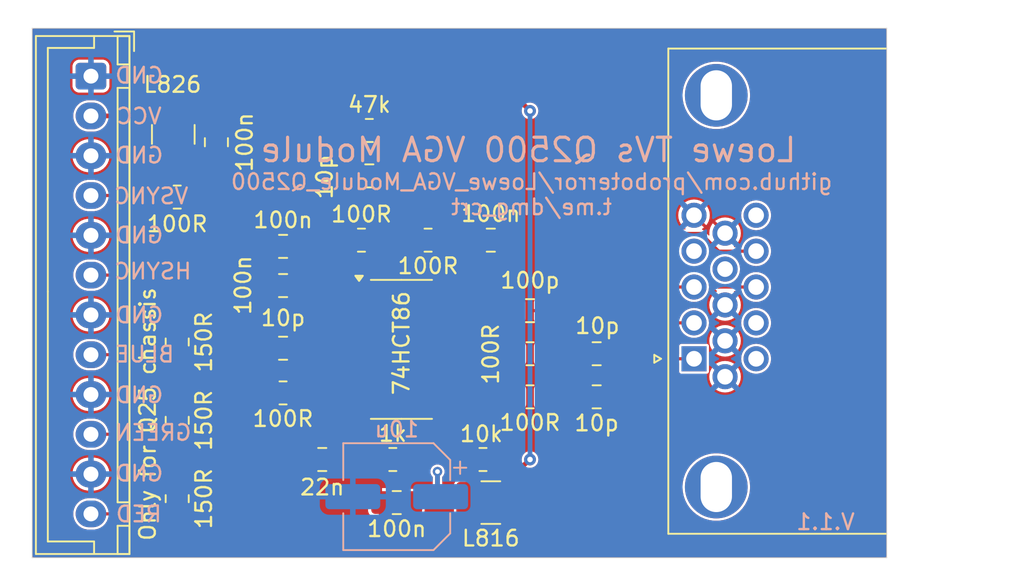
<source format=kicad_pcb>
(kicad_pcb (version 20240108) (generator "pcbnew") (generator_version "8.0")
  (layers (0 "F.Cu" signal) (31 "B.Cu" signal) (34 "B.Paste" user) (35 "F.Paste" user) (36 "B.SilkS" user "B.Silkscreen") (37 "F.SilkS" user "F.Silkscreen") (38 "B.Mask" user) (39 "F.Mask" user) (44 "Edge.Cuts" user))
  (net 0 "")
  (net 1 "GND")
  (net 2 "VCC")
  (net 3 "/HSYNC")
  (net 4 "Net-(C814-Pad1)")
  (net 5 "Net-(C816-Pad1)")
  (net 6 "Net-(C818-Pad2)")
  (net 7 "/VSYNC")
  (net 8 "Net-(C822-Pad1)")
  (net 9 "Net-(C826-Pad2)")
  (net 10 "Net-(C827-Pad2)")
  (net 11 "Net-(C828-Pad1)")
  (net 12 "Net-(R818-Pad1)")
  (net 13 "Net-(R819-Pad2)")
  (net 14 "Net-(W831-Pin_6)")
  (net 15 "Net-(R823-Pad2)")
  (net 16 "Net-(R828-Pad2)")
  (net 17 "Net-(W831-Pin_4)")
  (net 18 "Net-(R829-Pad1)")
  (net 19 "/BLUE")
  (net 20 "/GREEN")
  (net 21 "/RED")
  (footprint "Capacitor_SMD:C_0805_2012Metric_Pad1.18x1.45mm_HandSolder" (layer "F.Cu") (at 137.2531 108.5266 180)
    (property "Reference" "C814" (hide yes))
    (property "Value" "10p" (at 0 1.9266 180) (layer "F.SilkS"))
    (fp_line (start -0.261252 0.735) (end 0.261252 0.735) (stroke (width 0.12)) (layer "F.SilkS"))
    (fp_line (start -0.261252 -0.735) (end 0.261252 -0.735) (stroke (width 0.12)) (layer "F.SilkS"))
    (pad "1" smd roundrect (at -1.0375 0 180) (size 1.175 1.45) (layers "F.Cu" "F.Paste" "F.Mask") (roundrect_rratio 0.212766) (net 4 "Net-(C814-Pad1)"))
    (pad "2" smd roundrect (at 1.0375 0 180) (size 1.175 1.45) (layers "F.Cu" "F.Paste" "F.Mask") (roundrect_rratio 0.212766) (net 1 "GND"))
  )
  (footprint "Capacitor_SMD:C_0805_2012Metric_Pad1.18x1.45mm_HandSolder" (layer "F.Cu") (at 139.7511 115.6286)
    (property "Reference" "C818" (hide yes))
    (property "Value" "22n" (at 0 1.7714 0) (layer "F.SilkS"))
    (fp_line (start -0.261252 -0.735) (end 0.261252 -0.735) (stroke (width 0.12)) (layer "F.SilkS"))
    (fp_line (start -0.261252 0.735) (end 0.261252 0.735) (stroke (width 0.12)) (layer "F.SilkS"))
    (pad "1" smd roundrect (at -1.0375 0) (size 1.175 1.45) (layers "F.Cu" "F.Paste" "F.Mask") (roundrect_rratio 0.212766) (net 1 "GND"))
    (pad "2" smd roundrect (at 1.0375 0) (size 1.175 1.45) (layers "F.Cu" "F.Paste" "F.Mask") (roundrect_rratio 0.212766) (net 6 "Net-(C818-Pad2)"))
  )
  (footprint "Capacitor_SMD:C_0805_2012Metric_Pad1.18x1.45mm_HandSolder" (layer "F.Cu") (at 150.5011 101.6286 180)
    (property "Reference" "C811" (hide yes))
    (property "Value" "100n" (at 0 1.68 180) (layer "F.SilkS"))
    (fp_line (start -0.261252 0.735) (end 0.261252 0.735) (stroke (width 0.12)) (layer "F.SilkS"))
    (fp_line (start -0.261252 -0.735) (end 0.261252 -0.735) (stroke (width 0.12)) (layer "F.SilkS"))
    (pad "1" smd roundrect (at -1.0375 0 180) (size 1.175 1.45) (layers "F.Cu" "F.Paste" "F.Mask") (roundrect_rratio 0.212766) (net 1 "GND"))
    (pad "2" smd roundrect (at 1.0375 0 180) (size 1.175 1.45) (layers "F.Cu" "F.Paste" "F.Mask") (roundrect_rratio 0.212766) (net 2 "VCC"))
  )
  (footprint "Resistor_SMD:R_0805_2012Metric_Pad1.20x1.40mm_HandSolder" (layer "F.Cu") (at 146.5011 101.6286)
    (property "Reference" "R823" (hide yes))
    (property "Value" "100R" (at 0 1.65 0) (layer "F.SilkS"))
    (fp_line (start -0.227064 -0.735) (end 0.227064 -0.735) (stroke (width 0.12)) (layer "F.SilkS"))
    (fp_line (start -0.227064 0.735) (end 0.227064 0.735) (stroke (width 0.12)) (layer "F.SilkS"))
    (pad "1" smd roundrect (at -1 0) (size 1.2 1.4) (layers "F.Cu" "F.Paste" "F.Mask") (roundrect_rratio 0.208333) (net 9 "Net-(C826-Pad2)"))
    (pad "2" smd roundrect (at 1 0) (size 1.2 1.4) (layers "F.Cu" "F.Paste" "F.Mask") (roundrect_rratio 0.208333) (net 15 "Net-(R823-Pad2)"))
  )
  (footprint "Resistor_SMD:R_0805_2012Metric_Pad1.20x1.40mm_HandSolder" (layer "F.Cu") (at 130.5011 118.1286 -90)
    (property "Reference" "R838" (hide yes))
    (property "Value" "150R" (at 0 -1.6989 -90) (layer "F.SilkS"))
    (fp_line (start -0.227064 0.735) (end 0.227064 0.735) (stroke (width 0.12)) (layer "F.SilkS"))
    (fp_line (start -0.227064 -0.735) (end 0.227064 -0.735) (stroke (width 0.12)) (layer "F.SilkS"))
    (pad "1" smd roundrect (at -1 0 270) (size 1.2 1.4) (layers "F.Cu" "F.Paste" "F.Mask") (roundrect_rratio 0.208333) (net 1 "GND"))
    (pad "2" smd roundrect (at 1 0 270) (size 1.2 1.4) (layers "F.Cu" "F.Paste" "F.Mask") (roundrect_rratio 0.208333) (net 21 "/RED"))
  )
  (footprint "Resistor_SMD:R_0805_2012Metric_Pad1.20x1.40mm_HandSolder" (layer "F.Cu") (at 142.7511 94.6286 180)
    (property "Reference" "R827" (hide yes))
    (property "Value" "47k" (at 0 1.65 180) (layer "F.SilkS"))
    (fp_line (start -0.227064 0.735) (end 0.227064 0.735) (stroke (width 0.12)) (layer "F.SilkS"))
    (fp_line (start -0.227064 -0.735) (end 0.227064 -0.735) (stroke (width 0.12)) (layer "F.SilkS"))
    (pad "1" smd roundrect (at -1 0 180) (size 1.2 1.4) (layers "F.Cu" "F.Paste" "F.Mask") (roundrect_rratio 0.208333) (net 10 "Net-(C827-Pad2)"))
    (pad "2" smd roundrect (at 1 0 180) (size 1.2 1.4) (layers "F.Cu" "F.Paste" "F.Mask") (roundrect_rratio 0.208333) (net 11 "Net-(C828-Pad1)"))
  )
  (footprint "Inductor_SMD:L_1210_3225Metric_Pad1.42x2.65mm_HandSolder" (layer "F.Cu") (at 130.2511 94.8786 -90)
    (property "Reference" "L826" (at -3.1786 0.0511 0) (layer "F.SilkS"))
    (property "Value" "4u7")
    (fp_line (start -0.602064 1.36) (end 0.602064 1.36) (stroke (width 0.12)) (layer "F.SilkS"))
    (fp_line (start -0.602064 -1.36) (end 0.602064 -1.36) (stroke (width 0.12)) (layer "F.SilkS"))
    (pad "1" smd roundrect (at -1.4875 0 270) (size 1.425 2.65) (layers "F.Cu" "F.Paste" "F.Mask") (roundrect_rratio 0.175439) (net 2 "VCC"))
    (pad "2" smd roundrect (at 1.4875 0 270) (size 1.425 2.65) (layers "F.Cu" "F.Paste" "F.Mask") (roundrect_rratio 0.175439) (net 9 "Net-(C826-Pad2)"))
  )
  (footprint "Resistor_SMD:R_0805_2012Metric_Pad1.20x1.40mm_HandSolder" (layer "F.Cu") (at 137.2511 111.3786)
    (property "Reference" "R819" (hide yes))
    (property "Value" "100R" (at 0 1.65 0) (layer "F.SilkS"))
    (fp_line (start -0.227064 -0.735) (end 0.227064 -0.735) (stroke (width 0.12)) (layer "F.SilkS"))
    (fp_line (start -0.227064 0.735) (end 0.227064 0.735) (stroke (width 0.12)) (layer "F.SilkS"))
    (pad "1" smd roundrect (at -1 0) (size 1.2 1.4) (layers "F.Cu" "F.Paste" "F.Mask") (roundrect_rratio 0.208333) (net 14 "Net-(W831-Pin_6)"))
    (pad "2" smd roundrect (at 1 0) (size 1.2 1.4) (layers "F.Cu" "F.Paste" "F.Mask") (roundrect_rratio 0.208333) (net 13 "Net-(R819-Pad2)"))
  )
  (footprint "Capacitor_SMD:C_0805_2012Metric_Pad1.18x1.45mm_HandSolder" (layer "F.Cu") (at 137.2531 104.5266 180)
    (property "Reference" "C829" (hide yes))
    (property "Value" "100n" (at 2.5531 0.0266 -90) (layer "F.SilkS"))
    (fp_line (start -0.261252 0.735) (end 0.261252 0.735) (stroke (width 0.12)) (layer "F.SilkS"))
    (fp_line (start -0.261252 -0.735) (end 0.261252 -0.735) (stroke (width 0.12)) (layer "F.SilkS"))
    (pad "1" smd roundrect (at -1.0375 0 180) (size 1.175 1.45) (layers "F.Cu" "F.Paste" "F.Mask") (roundrect_rratio 0.212766) (net 11 "Net-(C828-Pad1)"))
    (pad "2" smd roundrect (at 1.0375 0 180) (size 1.175 1.45) (layers "F.Cu" "F.Paste" "F.Mask") (roundrect_rratio 0.212766) (net 1 "GND"))
  )
  (footprint "Capacitor_SMD:C_0805_2012Metric_Pad1.18x1.45mm_HandSolder" (layer "F.Cu") (at 157.2511 108.8786)
    (property "Reference" "C821" (hide yes))
    (property "Value" "10p" (at 0.0489 -1.7786 0) (layer "F.SilkS"))
    (fp_line (start -0.261252 -0.735) (end 0.261252 -0.735) (stroke (width 0.12)) (layer "F.SilkS"))
    (fp_line (start -0.261252 0.735) (end 0.261252 0.735) (stroke (width 0.12)) (layer "F.SilkS"))
    (pad "1" smd roundrect (at -1.0375 0) (size 1.175 1.45) (layers "F.Cu" "F.Paste" "F.Mask") (roundrect_rratio 0.212766) (net 7 "/VSYNC"))
    (pad "2" smd roundrect (at 1.0375 0) (size 1.175 1.45) (layers "F.Cu" "F.Paste" "F.Mask") (roundrect_rratio 0.212766) (net 1 "GND"))
  )
  (footprint "Capacitor_SMD:C_0805_2012Metric_Pad1.18x1.45mm_HandSolder" (layer "F.Cu") (at 144.5011 118.3786)
    (property "Reference" "C817" (hide yes))
    (property "Value" "100n" (at 0 1.68 0) (layer "F.SilkS"))
    (fp_line (start -0.261252 -0.735) (end 0.261252 -0.735) (stroke (width 0.12)) (layer "F.SilkS"))
    (fp_line (start -0.261252 0.735) (end 0.261252 0.735) (stroke (width 0.12)) (layer "F.SilkS"))
    (pad "1" smd roundrect (at -1.0375 0) (size 1.175 1.45) (layers "F.Cu" "F.Paste" "F.Mask") (roundrect_rratio 0.212766) (net 1 "GND"))
    (pad "2" smd roundrect (at 1.0375 0) (size 1.175 1.45) (layers "F.Cu" "F.Paste" "F.Mask") (roundrect_rratio 0.212766) (net 5 "Net-(C816-Pad1)"))
  )
  (footprint "Capacitor_SMD:C_0805_2012Metric_Pad1.18x1.45mm_HandSolder" (layer "F.Cu") (at 142.7531 97.5266)
    (property "Reference" "C827" (hide yes))
    (property "Value" "10p" (at -2.8531 0.0734 90) (layer "F.SilkS"))
    (fp_line (start -0.261252 -0.735) (end 0.261252 -0.735) (stroke (width 0.12)) (layer "F.SilkS"))
    (fp_line (start -0.261252 0.735) (end 0.261252 0.735) (stroke (width 0.12)) (layer "F.SilkS"))
    (pad "1" smd roundrect (at -1.0375 0) (size 1.175 1.45) (layers "F.Cu" "F.Paste" "F.Mask") (roundrect_rratio 0.212766) (net 1 "GND"))
    (pad "2" smd roundrect (at 1.0375 0) (size 1.175 1.45) (layers "F.Cu" "F.Paste" "F.Mask") (roundrect_rratio 0.212766) (net 10 "Net-(C827-Pad2)"))
  )
  (footprint "Resistor_SMD:R_0805_2012Metric_Pad1.20x1.40mm_HandSolder" (layer "F.Cu") (at 130.5011 98.8786 180)
    (property "Reference" "R829" (hide yes))
    (property "Value" "100R" (at 0.0011 -1.7214 180) (layer "F.SilkS"))
    (fp_line (start -0.227064 0.735) (end 0.227064 0.735) (stroke (width 0.12)) (layer "F.SilkS"))
    (fp_line (start -0.227064 -0.735) (end 0.227064 -0.735) (stroke (width 0.12)) (layer "F.SilkS"))
    (pad "1" smd roundrect (at -1 0 180) (size 1.2 1.4) (layers "F.Cu" "F.Paste" "F.Mask") (roundrect_rratio 0.208333) (net 18 "Net-(R829-Pad1)"))
    (pad "2" smd roundrect (at 1 0 180) (size 1.2 1.4) (layers "F.Cu" "F.Paste" "F.Mask") (roundrect_rratio 0.208333) (net 17 "Net-(W831-Pin_4)"))
  )
  (footprint "Resistor_SMD:R_0805_2012Metric_Pad1.20x1.40mm_HandSolder" (layer "F.Cu") (at 130.5011 108.1286 -90)
    (property "Reference" "R836" (hide yes))
    (property "Value" "150R" (at 0 -1.6989 -90) (layer "F.SilkS"))
    (fp_line (start -0.227064 0.735) (end 0.227064 0.735) (stroke (width 0.12)) (layer "F.SilkS"))
    (fp_line (start -0.227064 -0.735) (end 0.227064 -0.735) (stroke (width 0.12)) (layer "F.SilkS"))
    (pad "1" smd roundrect (at -1 0 270) (size 1.2 1.4) (layers "F.Cu" "F.Paste" "F.Mask") (roundrect_rratio 0.208333) (net 1 "GND"))
    (pad "2" smd roundrect (at 1 0 270) (size 1.2 1.4) (layers "F.Cu" "F.Paste" "F.Mask") (roundrect_rratio 0.208333) (net 19 "/BLUE"))
  )
  (footprint "Capacitor_SMD:C_0805_2012Metric_Pad1.18x1.45mm_HandSolder" (layer "F.Cu") (at 137.2531 102.0266 180)
    (property "Reference" "C828" (hide yes))
    (property "Value" "100n" (at 0 1.68 180) (layer "F.SilkS"))
    (fp_line (start -0.261252 0.735) (end 0.261252 0.735) (stroke (width 0.12)) (layer "F.SilkS"))
    (fp_line (start -0.261252 -0.735) (end 0.261252 -0.735) (stroke (width 0.12)) (layer "F.SilkS"))
    (pad "1" smd roundrect (at -1.0375 0 180) (size 1.175 1.45) (layers "F.Cu" "F.Paste" "F.Mask") (roundrect_rratio 0.212766) (net 11 "Net-(C828-Pad1)"))
    (pad "2" smd roundrect (at 1.0375 0 180) (size 1.175 1.45) (layers "F.Cu" "F.Paste" "F.Mask") (roundrect_rratio 0.212766) (net 1 "GND"))
  )
  (footprint "Resistor_SMD:R_0805_2012Metric_Pad1.20x1.40mm_HandSolder" (layer "F.Cu") (at 142.2511 101.6286 180)
    (property "Reference" "R828" (hide yes))
    (property "Value" "100R" (at 0 1.65 180) (layer "F.SilkS"))
    (fp_line (start -0.227064 0.735) (end 0.227064 0.735) (stroke (width 0.12)) (layer "F.SilkS"))
    (fp_line (start -0.227064 -0.735) (end 0.227064 -0.735) (stroke (width 0.12)) (layer "F.SilkS"))
    (pad "1" smd roundrect (at -1 0 180) (size 1.2 1.4) (layers "F.Cu" "F.Paste" "F.Mask") (roundrect_rratio 0.208333) (net 10 "Net-(C827-Pad2)"))
    (pad "2" smd roundrect (at 1 0 180) (size 1.2 1.4) (layers "F.Cu" "F.Paste" "F.Mask") (roundrect_rratio 0.208333) (net 16 "Net-(R828-Pad2)"))
  )
  (footprint "Resistor_SMD:R_0805_2012Metric_Pad1.20x1.40mm_HandSolder" (layer "F.Cu") (at 144.2511 115.6286 180)
    (property "Reference" "R818" (hide yes))
    (property "Value" "1k" (at 0 1.65 180) (layer "F.SilkS"))
    (fp_line (start -0.227064 0.735) (end 0.227064 0.735) (stroke (width 0.12)) (layer "F.SilkS"))
    (fp_line (start -0.227064 -0.735) (end 0.227064 -0.735) (stroke (width 0.12)) (layer "F.SilkS"))
    (pad "1" smd roundrect (at -1 0 180) (size 1.2 1.4) (layers "F.Cu" "F.Paste" "F.Mask") (roundrect_rratio 0.208333) (net 12 "Net-(R818-Pad1)"))
    (pad "2" smd roundrect (at 1 0 180) (size 1.2 1.4) (layers "F.Cu" "F.Paste" "F.Mask") (roundrect_rratio 0.208333) (net 6 "Net-(C818-Pad2)"))
  )
  (footprint "Inductor_SMD:L_1210_3225Metric_Pad1.42x2.65mm_HandSolder" (layer "F.Cu") (at 150.5011 118.3786 180)
    (property "Reference" "L816" (at 0 -2.28 180) (layer "F.SilkS"))
    (property "Value" "4u7")
    (fp_line (start -0.602064 1.36) (end 0.602064 1.36) (stroke (width 0.12)) (layer "F.SilkS"))
    (fp_line (start -0.602064 -1.36) (end 0.602064 -1.36) (stroke (width 0.12)) (layer "F.SilkS"))
    (pad "1" smd roundrect (at -1.4875 0 180) (size 1.425 2.65) (layers "F.Cu" "F.Paste" "F.Mask") (roundrect_rratio 0.175439) (net 2 "VCC"))
    (pad "2" smd roundrect (at 1.4875 0 180) (size 1.425 2.65) (layers "F.Cu" "F.Paste" "F.Mask") (roundrect_rratio 0.175439) (net 5 "Net-(C816-Pad1)"))
  )
  (footprint "Capacitor_SMD:C_0805_2012Metric_Pad1.18x1.45mm_HandSolder" (layer "F.Cu") (at 133.0011 95.3786 -90)
    (property "Reference" "C826" (hide yes))
    (property "Value" "100n" (at 0 -1.7989 -90) (layer "F.SilkS"))
    (fp_line (start -0.261252 0.735) (end 0.261252 0.735) (stroke (width 0.12)) (layer "F.SilkS"))
    (fp_line (start -0.261252 -0.735) (end 0.261252 -0.735) (stroke (width 0.12)) (layer "F.SilkS"))
    (pad "1" smd roundrect (at -1.0375 0 270) (size 1.175 1.45) (layers "F.Cu" "F.Paste" "F.Mask") (roundrect_rratio 0.212766) (net 1 "GND"))
    (pad "2" smd roundrect (at 1.0375 0 270) (size 1.175 1.45) (layers "F.Cu" "F.Paste" "F.Mask") (roundrect_rratio 0.212766) (net 9 "Net-(C826-Pad2)"))
  )
  (footprint "Connector_Dsub:DSUB-15-HD_Male_Horizontal_P2.29x1.98mm_EdgePinOffset8.35mm_Housed_MountingHolesOffset10.89mm" (layer "F.Cu") (at 163.459669 109.2 90)
    (property "Reference" "W801" (hide yes))
    (property "Value" "VGA DSUB-15")
    (fp_line (start 0.25 -2.534338) (end 0 -2.101325) (stroke (width 0.12)) (layer "F.SilkS"))
    (fp_line (start -0.25 -2.534338) (end 0.25 -2.534338) (stroke (width 0.12)) (layer "F.SilkS"))
    (fp_line (start 0 -2.101325) (end -0.25 -2.534338) (stroke (width 0.12)) (layer "F.SilkS"))
    (fp_line (start 19.8 -1.64) (end 19.8 12.25) (stroke (width 0.12)) (layer "F.SilkS"))
    (fp_line (start -11.17 -1.64) (end 19.8 -1.64) (stroke (width 0.12)) (layer "F.SilkS"))
    (fp_line (start -11.17 12.25) (end -11.17 -1.64) (stroke (width 0.12)) (layer "F.SilkS"))
    (pad "0" thru_hole circle (at -8.185 1.42 90) (size 4 4) (drill oval 3.2 2) (layers "*.Cu" "*.Mask"))
    (pad "0" thru_hole circle (at 16.815 1.42 90) (size 4 4) (drill oval 3.2 2) (layers "*.Cu" "*.Mask"))
    (pad "1" thru_hole rect (at 0 0 90) (size 1.6 1.6) (drill 1) (layers "*.Cu" "*.Mask") (net 21 "/RED"))
    (pad "2" thru_hole circle (at 2.29 0 90) (size 1.6 1.6) (drill 1) (layers "*.Cu" "*.Mask") (net 20 "/GREEN"))
    (pad "3" thru_hole circle (at 4.58 0 90) (size 1.6 1.6) (drill 1) (layers "*.Cu" "*.Mask") (net 19 "/BLUE"))
    (pad "4" thru_hole circle (at 6.87 0 90) (size 1.6 1.6) (drill 1) (layers "*.Cu" "*.Mask"))
    (pad "5" thru_hole circle (at 9.16 0 90) (size 1.6 1.6) (drill 1) (layers "*.Cu" "*.Mask") (net 1 "GND"))
    (pad "6" thru_hole circle (at -1.145 1.98 90) (size 1.6 1.6) (drill 1) (layers "*.Cu" "*.Mask") (net 1 "GND"))
    (pad "7" thru_hole circle (at 1.145 1.98 90) (size 1.6 1.6) (drill 1) (layers "*.Cu" "*.Mask") (net 1 "GND"))
    (pad "8" thru_hole circle (at 3.435 1.98 90) (size 1.6 1.6) (drill 1) (layers "*.Cu" "*.Mask") (net 1 "GND"))
    (pad "9" thru_hole circle (at 5.725 1.98 90) (size 1.6 1.6) (drill 1) (layers "*.Cu" "*.Mask"))
    (pad "10" thru_hole circle (at 8.015 1.98 90) (size 1.6 1.6) (drill 1) (layers "*.Cu" "*.Mask") (net 1 "GND"))
    (pad "11" thru_hole circle (at 0 3.96 90) (size 1.6 1.6) (drill 1) (layers "*.Cu" "*.Mask"))
    (pad "12" thru_hole circle (at 2.29 3.96 90) (size 1.6 1.6) (drill 1) (layers "*.Cu" "*.Mask"))
    (pad "13" thru_hole circle (at 4.58 3.96 90) (size 1.6 1.6) (drill 1) (layers "*.Cu" "*.Mask") (net 3 "/HSYNC"))
    (pad "14" thru_hole circle (at 6.87 3.96 90) (size 1.6 1.6) (drill 1) (layers "*.Cu" "*.Mask") (net 7 "/VSYNC"))
    (pad "15" thru_hole circle (at 9.16 3.96 90) (size 1.6 1.6) (drill 1) (layers "*.Cu" "*.Mask"))
  )
  (footprint "JST_XH_S10B_2.54mm:JST_XH_B12B-XH-A_1x12_P2.54mm_Vertical" (layer "F.Cu") (at 125 91.16 -90)
    (property "Reference" "W831" (hide yes))
    (property "Value" "TV")
    (fp_line (start -2.56 3.51) (end 30.5 3.51) (stroke (width 0.12)) (layer "F.SilkS"))
    (fp_line (start 30.5 3.51) (end 30.5 -2.46) (stroke (width 0.12)) (layer "F.SilkS"))
    (fp_line (start -1.8 2.75) (end 13.75 2.75) (stroke (width 0.12)) (layer "F.SilkS"))
    (fp_line (start 29.7 2.75) (end 13.75 2.75) (stroke (width 0.12)) (layer "F.SilkS"))
    (fp_line (start -2.55 -0.2) (end -1.8 -0.2) (stroke (width 0.12)) (layer "F.SilkS"))
    (fp_line (start -1.8 -0.2) (end -1.8 2.75) (stroke (width 0.12)) (layer "F.SilkS"))
    (fp_line (start 29.7 -0.2) (end 29.7 2.75) (stroke (width 0.12)) (layer "F.SilkS"))
    (fp_line (start 30.45 -0.2) (end 29.7 -0.2) (stroke (width 0.12)) (layer "F.SilkS"))
    (fp_line (start -2.55 -1.7) (end -0.75 -1.7) (stroke (width 0.12)) (layer "F.SilkS"))
    (fp_line (start -0.75 -1.7) (end -0.75 -2.45) (stroke (width 0.12)) (layer "F.SilkS"))
    (fp_line (start 0.75 -1.7) (end 27.2 -1.7) (stroke (width 0.12)) (layer "F.SilkS"))
    (fp_line (start 27.2 -1.7) (end 27.2 -2.45) (stroke (width 0.12)) (layer "F.SilkS"))
    (fp_line (start 28.7 -1.7) (end 30.5 -1.7) (stroke (width 0.12)) (layer "F.SilkS"))
    (fp_line (start 30.5 -1.7) (end 30.5 -2.45) (stroke (width 0.12)) (layer "F.SilkS"))
    (fp_line (start -2.55 -2.45) (end -2.55 -1.7) (stroke (width 0.12)) (layer "F.SilkS"))
    (fp_line (start -0.75 -2.45) (end -2.55 -2.45) (stroke (width 0.12)) (layer "F.SilkS"))
    (fp_line (start 0.75 -2.45) (end 0.75 -1.7) (stroke (width 0.12)) (layer "F.SilkS"))
    (fp_line (start 27.2 -2.45) (end 0.75 -2.45) (stroke (width 0.12)) (layer "F.SilkS"))
    (fp_line (start 28.7 -2.45) (end 28.7 -1.7) (stroke (width 0.12)) (layer "F.SilkS"))
    (fp_line (start 30.5 -2.45) (end 28.7 -2.45) (stroke (width 0.12)) (layer "F.SilkS"))
    (fp_line (start -2.56 -2.46) (end -2.56 3.51) (stroke (width 0.12)) (layer "F.SilkS"))
    (fp_line (start 30.5 -2.46) (end -2.56 -2.46) (stroke (width 0.12)) (layer "F.SilkS"))
    (fp_line (start -2.85 -2.75) (end -2.85 -1.5) (stroke (width 0.12)) (layer "F.SilkS"))
    (fp_line (start -1.6 -2.75) (end -2.85 -2.75) (stroke (width 0.12)) (layer "F.SilkS"))
    (pad "1" thru_hole roundrect (at 0 0 270) (size 1.7 1.95) (drill 0.95) (layers "*.Cu" "*.Mask") (roundrect_rratio 0.147059) (net 1 "GND"))
    (pad "2" thru_hole oval (at 2.54 0 270) (size 1.7 1.95) (drill 0.95) (layers "*.Cu" "*.Mask") (net 2 "VCC"))
    (pad "3" thru_hole oval (at 5.08 0 270) (size 1.7 1.95) (drill 0.95) (layers "*.Cu" "*.Mask") (net 1 "GND"))
    (pad "4" thru_hole oval (at 7.62 0 270) (size 1.7 1.95) (drill 0.95) (layers "*.Cu" "*.Mask") (net 17 "Net-(W831-Pin_4)"))
    (pad "5" thru_hole oval (at 10.16 0 270) (size 1.7 1.95) (drill 0.95) (layers "*.Cu" "*.Mask") (net 1 "GND"))
    (pad "6" thru_hole oval (at 12.7 0 270) (size 1.7 1.95) (drill 0.95) (layers "*.Cu" "*.Mask") (net 14 "Net-(W831-Pin_6)"))
    (pad "7" thru_hole oval (at 15.24 0 270) (size 1.7 1.95) (drill 0.95) (layers "*.Cu" "*.Mask") (net 1 "GND"))
    (pad "8" thru_hole oval (at 17.78 0 270) (size 1.7 1.95) (drill 0.95) (layers "*.Cu" "*.Mask") (net 19 "/BLUE"))
    (pad "9" thru_hole oval (at 20.32 0 270) (size 1.7 1.95) (drill 0.95) (layers "*.Cu" "*.Mask") (net 1 "GND"))
    (pad "10" thru_hole oval (at 22.86 0 270) (size 1.7 1.95) (drill 0.95) (layers "*.Cu" "*.Mask") (net 20 "/GREEN"))
    (pad "11" thru_hole oval (at 25.4 0 270) (size 1.7 1.95) (drill 0.95) (layers "*.Cu" "*.Mask") (net 1 "GND"))
    (pad "12" thru_hole oval (at 27.94 0 270) (size 1.7 1.95) (drill 0.95) (layers "*.Cu" "*.Mask") (net 21 "/RED"))
  )
  (footprint "Package_SO:SO-14_3.9x8.65mm_P1.27mm" (layer "F.Cu") (at 144.8 108.6)
    (property "Reference" "U1" (hide yes))
    (property "Value" "74HCT86" (at 0 -0.4 90) (layer "F.SilkS"))
    (fp_line (start 0 -4.435) (end -1.95 -4.435) (stroke (width 0.12)) (layer "F.SilkS"))
    (fp_line (start 0 -4.435) (end 1.95 -4.435) (stroke (width 0.12)) (layer "F.SilkS"))
    (fp_line (start 0 4.435) (end -1.95 4.435) (stroke (width 0.12)) (layer "F.SilkS"))
    (fp_line (start 0 4.435) (end 1.95 4.435) (stroke (width 0.12)) (layer "F.SilkS"))
    (fp_poly (pts (xy -2.7 -4.37) (xy -2.94 -4.7) (xy -2.46 -4.7) (xy -2.7 -4.37)) (stroke (width 0.12)) (fill solid) (layer "F.SilkS"))
    (pad "1" smd roundrect (at -2.475 -3.81) (size 1.95 0.6) (layers "F.Cu" "F.Paste" "F.Mask") (net 11 "Net-(C828-Pad1)"))
    (pad "2" smd roundrect (at -2.475 -2.54) (size 1.95 0.6) (layers "F.Cu" "F.Paste" "F.Mask") (net 16 "Net-(R828-Pad2)"))
    (pad "3" smd roundrect (at -2.475 -1.27) (size 1.95 0.6) (layers "F.Cu" "F.Paste" "F.Mask") (net 18 "Net-(R829-Pad1)"))
    (pad "4" smd roundrect (at -2.475 0) (size 1.95 0.6) (layers "F.Cu" "F.Paste" "F.Mask") (net 4 "Net-(C814-Pad1)"))
    (pad "5" smd roundrect (at -2.475 1.27) (size 1.95 0.6) (layers "F.Cu" "F.Paste" "F.Mask") (net 6 "Net-(C818-Pad2)"))
    (pad "6" smd roundrect (at -2.475 2.54) (size 1.95 0.6) (layers "F.Cu" "F.Paste" "F.Mask") (net 13 "Net-(R819-Pad2)"))
    (pad "7" smd roundrect (at -2.475 3.81) (size 1.95 0.6) (layers "F.Cu" "F.Paste" "F.Mask") (net 1 "GND"))
    (pad "8" smd roundrect (at 2.475 3.81) (size 1.95 0.6) (layers "F.Cu" "F.Paste" "F.Mask") (net 12 "Net-(R818-Pad1)"))
    (pad "9" smd roundrect (at 2.475 2.54) (size 1.95 0.6) (layers "F.Cu" "F.Paste" "F.Mask") (net 5 "Net-(C816-Pad1)"))
    (pad "10" smd roundrect (at 2.475 1.27) (size 1.95 0.6) (layers "F.Cu" "F.Paste" "F.Mask") (net 4 "Net-(C814-Pad1)"))
    (pad "11" smd roundrect (at 2.475 0) (size 1.95 0.6) (layers "F.Cu" "F.Paste" "F.Mask") (net 10 "Net-(C827-Pad2)"))
    (pad "12" smd roundrect (at 2.475 -1.27) (size 1.95 0.6) (layers "F.Cu" "F.Paste" "F.Mask") (net 8 "Net-(C822-Pad1)"))
    (pad "13" smd roundrect (at 2.475 -2.54) (size 1.95 0.6) (layers "F.Cu" "F.Paste" "F.Mask") (net 15 "Net-(R823-Pad2)"))
    (pad "14" smd roundrect (at 2.475 -3.81) (size 1.95 0.6) (layers "F.Cu" "F.Paste" "F.Mask") (net 2 "VCC"))
  )
  (footprint "Capacitor_SMD:C_0805_2012Metric_Pad1.18x1.45mm_HandSolder" (layer "F.Cu") (at 153.0011 106.1286)
    (property "Reference" "C822" (hide yes))
    (property "Value" "100p" (at 0 -1.9286 0) (layer "F.SilkS"))
    (fp_line (start -0.261252 -0.735) (end 0.261252 -0.735) (stroke (width 0.12)) (layer "F.SilkS"))
    (fp_line (start -0.261252 0.735) (end 0.261252 0.735) (stroke (width 0.12)) (layer "F.SilkS"))
    (pad "1" smd roundrect (at -1.0375 0) (size 1.175 1.45) (layers "F.Cu" "F.Paste" "F.Mask") (roundrect_rratio 0.212766) (net 8 "Net-(C822-Pad1)"))
    (pad "2" smd roundrect (at 1.0375 0) (size 1.175 1.45) (layers "F.Cu" "F.Paste" "F.Mask") (roundrect_rratio 0.212766) (net 1 "GND"))
  )
  (footprint "Capacitor_SMD:C_0805_2012Metric_Pad1.18x1.45mm_HandSolder" (layer "F.Cu") (at 157.2511 111.6286)
    (property "Reference" "C813" (hide yes))
    (property "Value" "10p" (at 0 1.68 0) (layer "F.SilkS"))
    (fp_line (start -0.261252 -0.735) (end 0.261252 -0.735) (stroke (width 0.12)) (layer "F.SilkS"))
    (fp_line (start -0.261252 0.735) (end 0.261252 0.735) (stroke (width 0.12)) (layer "F.SilkS"))
    (pad "1" smd roundrect (at -1.0375 0) (size 1.175 1.45) (layers "F.Cu" "F.Paste" "F.Mask") (roundrect_rratio 0.212766) (net 3 "/HSYNC"))
    (pad "2" smd roundrect (at 1.0375 0) (size 1.175 1.45) (layers "F.Cu" "F.Paste" "F.Mask") (roundrect_rratio 0.212766) (net 1 "GND"))
  )
  (footprint "Resistor_SMD:R_0805_2012Metric_Pad1.20x1.40mm_HandSolder" (layer "F.Cu") (at 150.0011 115.6286)
    (property "Reference" "R817" (hide yes))
    (property "Value" "10k" (at -0.1011 -1.6286 0) (layer "F.SilkS"))
    (fp_line (start -0.227064 -0.735) (end 0.227064 -0.735) (stroke (width 0.12)) (layer "F.SilkS"))
    (fp_line (start -0.227064 0.735) (end 0.227064 0.735) (stroke (width 0.12)) (layer "F.SilkS"))
    (pad "1" smd roundrect (at -1 0) (size 1.2 1.4) (layers "F.Cu" "F.Paste" "F.Mask") (roundrect_rratio 0.208333) (net 5 "Net-(C816-Pad1)"))
    (pad "2" smd roundrect (at 1 0) (size 1.2 1.4) (layers "F.Cu" "F.Paste" "F.Mask") (roundrect_rratio 0.208333) (net 4 "Net-(C814-Pad1)"))
  )
  (footprint "Resistor_SMD:R_0805_2012Metric_Pad1.20x1.40mm_HandSolder" (layer "F.Cu") (at 153.0011 111.6286)
    (property "Reference" "R814" (hide yes))
    (property "Value" "100R" (at 0 1.65 0) (layer "F.SilkS"))
    (fp_line (start -0.227064 -0.735) (end 0.227064 -0.735) (stroke (width 0.12)) (layer "F.SilkS"))
    (fp_line (start -0.227064 0.735) (end 0.227064 0.735) (stroke (width 0.12)) (layer "F.SilkS"))
    (pad "1" smd roundrect (at -1 0) (size 1.2 1.4) (layers "F.Cu" "F.Paste" "F.Mask") (roundrect_rratio 0.208333) (net 4 "Net-(C814-Pad1)"))
    (pad "2" smd roundrect (at 1 0) (size 1.2 1.4) (layers "F.Cu" "F.Paste" "F.Mask") (roundrect_rratio 0.208333) (net 3 "/HSYNC"))
  )
  (footprint "Resistor_SMD:R_0805_2012Metric_Pad1.20x1.40mm_HandSolder" (layer "F.Cu") (at 130.5011 113.1286 90)
    (property "Reference" "R837" (hide yes))
    (property "Value" "150R" (at 0 1.6989 -90) (layer "F.SilkS"))
    (fp_line (start -0.227064 -0.735) (end 0.227064 -0.735) (stroke (width 0.12)) (layer "F.SilkS"))
    (fp_line (start -0.227064 0.735) (end 0.227064 0.735) (stroke (width 0.12)) (layer "F.SilkS"))
    (pad "1" smd roundrect (at -1 0 90) (size 1.2 1.4) (layers "F.Cu" "F.Paste" "F.Mask") (roundrect_rratio 0.208333) (net 20 "/GREEN"))
    (pad "2" smd roundrect (at 1 0 90) (size 1.2 1.4) (layers "F.Cu" "F.Paste" "F.Mask") (roundrect_rratio 0.208333) (net 1 "GND"))
  )
  (footprint "Resistor_SMD:R_0805_2012Metric_Pad1.20x1.40mm_HandSolder" (layer "F.Cu") (at 153.0011 108.8786)
    (property "Reference" "R821" (hide yes))
    (property "Value" "100R" (at -2.5011 0.0214 90) (layer "F.SilkS"))
    (fp_line (start -0.227064 -0.735) (end 0.227064 -0.735) (stroke (width 0.12)) (layer "F.SilkS"))
    (fp_line (start -0.227064 0.735) (end 0.227064 0.735) (stroke (width 0.12)) (layer "F.SilkS"))
    (pad "1" smd roundrect (at -1 0) (size 1.2 1.4) (layers "F.Cu" "F.Paste" "F.Mask") (roundrect_rratio 0.208333) (net 8 "Net-(C822-Pad1)"))
    (pad "2" smd roundrect (at 1 0) (size 1.2 1.4) (layers "F.Cu" "F.Paste" "F.Mask") (roundrect_rratio 0.208333) (net 7 "/VSYNC"))
  )
  (footprint "Capacitor_SMD:CP_Elec_6.3x5.3" (layer "B.Cu") (at 144.5 118 180)
    (property "Reference" "C816" (hide yes))
    (property "Value" "10u" (at 0 4.3 180) (layer "B.SilkS") (effects (justify mirror)))
    (fp_line (start 3.41 3.41) (end -2.345563 3.41) (stroke (width 0.12)) (layer "B.SilkS"))
    (fp_line (start 3.41 1.06) (end 3.41 3.41) (stroke (width 0.12)) (layer "B.SilkS"))
    (fp_line (start 3.41 -1.06) (end 3.41 -3.41) (stroke (width 0.12)) (layer "B.SilkS"))
    (fp_line (start 3.41 -3.41) (end -2.345563 -3.41) (stroke (width 0.12)) (layer "B.SilkS"))
    (fp_line (start -2.345563 3.41) (end -3.41 2.345563) (stroke (width 0.12)) (layer "B.SilkS"))
    (fp_line (start -2.345563 -3.41) (end -3.41 -2.345563) (stroke (width 0.12)) (layer "B.SilkS"))
    (fp_line (start -3.41 1.06) (end -3.41 2.345563) (stroke (width 0.12)) (layer "B.SilkS"))
    (fp_line (start -3.41 -1.06) (end -3.41 -2.345563) (stroke (width 0.12)) (layer "B.SilkS"))
    (fp_line (start -3.65 1.8475) (end -4.4375 1.8475) (stroke (width 0.12)) (layer "B.SilkS"))
    (fp_line (start -4.04375 1.45375) (end -4.04375 2.24125) (stroke (width 0.12)) (layer "B.SilkS"))
    (pad "1" smd roundrect (at -2.8 0 180) (size 3.5 1.6) (layers "B.Cu" "B.Paste" "B.Mask") (roundrect_rratio 0.15625) (net 5 "Net-(C816-Pad1)"))
    (pad "2" smd roundrect (at 2.8 0 180) (size 3.5 1.6) (layers "B.Cu" "B.Paste" "B.Mask") (roundrect_rratio 0.15625) (net 1 "GND"))
  )
  (gr_line (start 175.7511 121.9) (end 175.7511 88.1) (stroke (width 0.05)) (layer "Edge.Cuts"))
  (gr_line (start 121.2511 121.9) (end 175.7511 121.9) (stroke (width 0.05)) (layer "Edge.Cuts"))
  (gr_line (start 121.2511 88.1) (end 121.2511 121.9) (stroke (width 0.05)) (layer "Edge.Cuts"))
  (gr_line (start 175.7511 88.1) (end 121.2511 88.1) (stroke (width 0.05)) (layer "Edge.Cuts"))
  (gr_text "GREEN" (at 131.5 114.5 0) (layer "B.SilkS") (effects (font (size 1 1)) (justify left bottom mirror)))
  (gr_text "GND" (at 129.7 107 0) (layer "B.SilkS") (effects (font (size 1 1)) (justify left bottom mirror)))
  (gr_text "RED" (at 129.6 119.7 0) (layer "B.SilkS") (effects (font (size 1 1)) (justify left bottom mirror)))
  (gr_text "GND" (at 129.7 101.9 0) (layer "B.SilkS") (effects (font (size 1 1)) (justify left bottom mirror)))
  (gr_text "V.1.1" (at 173.8 120.2 0) (layer "B.SilkS") (effects (font (size 1 1)) (justify left bottom mirror)))
  (gr_text "github.com/proboterror/Loewe_VGA_Module_Q2500\nt.me/dmg_crt" (at 153.1 100.1 0) (layer "B.SilkS") (effects (font (size 1 1)) (justify bottom mirror)))
  (gr_text "VCC" (at 129.6 94.3 0) (layer "B.SilkS") (effects (font (size 1 1)) (justify left bottom mirror)))
  (gr_text "GND" (at 129.7 96.8 0) (layer "B.SilkS") (effects (font (size 1 1)) (justify left bottom mirror)))
  (gr_text "GND" (at 129.7 91.7 0) (layer "B.SilkS") (effects (font (size 1 1)) (justify left bottom mirror)))
  (gr_text "HSYNC" (at 131.5 104.2 0) (layer "B.SilkS") (effects (font (size 1 1)) (justify left bottom mirror)))
  (gr_text "GND" (at 129.7 117.1 0) (layer "B.SilkS") (effects (font (size 1 1)) (justify left bottom mirror)))
  (gr_text "GND" (at 129.7 112.1 0) (layer "B.SilkS") (effects (font (size 1 1)) (justify left bottom mirror)))
  (gr_text "Loewe TVs Q2500 VGA Module" (at 170.1 96.750072 0) (layer "B.SilkS") (effects (font (size 1.5 1.5) (thickness 0.2)) (justify left bottom mirror)))
  (gr_text "VSYNC" (at 131.3 99.4 0) (layer "B.SilkS") (effects (font (size 1 1)) (justify left bottom mirror)))
  (gr_text "BLUE" (at 130.4 109.5 0) (layer "B.SilkS") (effects (font (size 1 1)) (justify left bottom mirror)))
  (gr_text "Only for Q25 chassis" (at 129.2 120.9 90) (layer "F.SilkS") (effects (font (size 1 1)) (justify left bottom)))
  (segment (start 153.0011 115.6286) (end 152.9714 115.6286) (width 0.3048) (layer "F.Cu") (net 2))
  (segment (start 149.0797 104.8) (end 147.4897 104.8) (width 0.3) (layer "F.Cu") (net 2))
  (segment (start 149.5011 104.3786) (end 149.0797 104.8) (width 0.3) (layer "F.Cu") (net 2))
  (segment (start 149.5011 101.6286) (end 149.5011 104.3786) (width 0.3) (layer "F.Cu") (net 2))
  (segment (start 130.5011 92.1286) (end 149.5 92.1286) (width 0.3) (layer "F.Cu") (net 2))
  (segment (start 152.9714 115.6286) (end 152.0011 116.5989) (width 0.3) (layer "F.Cu") (net 2))
  (segment (start 125.0011 93.6986) (end 130.0311 93.6986) (width 0.3) (layer "F.Cu") (net 2))
  (segment (start 130.2511 92.3786) (end 130.5011 92.1286) (width 0.3) (layer "F.Cu") (net 2))
  (segment (start 151.7511 92.1286) (end 153.0011 93.3786) (width 0.3) (layer "F.Cu") (net 2))
  (segment (start 149.5 92.1286) (end 151.7511 92.1286) (width 0.3) (layer "F.Cu") (net 2))
  (segment (start 130.0311 93.6986) (end 130.2511 93.4786) (width 0.3) (layer "F.Cu") (net 2))
  (segment (start 152.0011 116.5989) (end 152.0011 118.2786) (width 0.3) (layer "F.Cu") (net 2))
  (segment (start 147.4897 104.8) (end 147.4111 104.8786) (width 0.3) (layer "F.Cu") (net 2))
  (segment (start 149.4636 101.6286) (end 149.4636 92.165) (width 0.3) (layer "F.Cu") (net 2))
  (segment (start 147.4111 104.8786) (end 147.3511 104.8186) (width 0.2) (layer "F.Cu") (net 2))
  (segment (start 130.2511 93.4786) (end 130.2511 92.3786) (width 0.3) (layer "F.Cu") (net 2))
  (via (at 153.0011 93.3786) (size 0.7564) (drill 0.35) (layers "F.Cu" "B.Cu") (net 2))
  (via (at 153.0011 115.6286) (size 0.7564) (drill 0.35) (layers "F.Cu" "B.Cu") (net 2))
  (segment (start 153.0011 93.3786) (end 153.0011 115.6286) (width 0.3) (layer "B.Cu") (net 2))
  (segment (start 163.9 103.5) (end 165.02 104.62) (width 0.2) (layer "F.Cu") (net 3))
  (segment (start 156.2511 110.1286) (end 156.4725 109.9072) (width 0.2) (layer "F.Cu") (net 3))
  (segment (start 156.4725 109.9072) (end 156.995787 109.9072) (width 0.2) (layer "F.Cu") (net 3))
  (segment (start 157.1921 107.7856) (end 161.4777 103.5) (width 0.2) (layer "F.Cu") (net 3))
  (segment (start 157.1921 109.710888) (end 157.1921 107.7856) (width 0.2) (layer "F.Cu") (net 3))
  (segment (start 156.995787 109.9072) (end 157.1921 109.710888) (width 0.2) (layer "F.Cu") (net 3))
  (segment (start 153.9511 111.6286) (end 156.2511 111.6286) (width 0.2) (layer "F.Cu") (net 3))
  (segment (start 161.4777 103.5) (end 163.9 103.5) (width 0.2) (layer "F.Cu") (net 3))
  (segment (start 165.02 104.62) (end 167.419669 104.62) (width 0.2) (layer "F.Cu") (net 3))
  (segment (start 156.2511 111.6286) (end 156.2511 110.1286) (width 0.2) (layer "F.Cu") (net 3))
  (segment (start 142.2516 108.5266) (end 138.2531 108.5266) (width 0.2) (layer "F.Cu") (net 4))
  (segment (start 149.5211 109.8986) (end 145.5211 109.8986) (width 0.2) (layer "F.Cu") (net 4))
  (segment (start 150.0011 111.6286) (end 149.7511 111.3786) (width 0.2) (layer "F.Cu") (net 4))
  (segment (start 145.5211 109.8986) (end 144.2511 108.6286) (width 0.2) (layer "F.Cu") (net 4))
  (segment (start 151.7511 113.6286) (end 151.7511 111.9286) (width 0.2) (layer "F.Cu") (net 4))
  (segment (start 151.7511 111.9286) (end 152.0511 111.6286) (width 0.2) (layer "F.Cu") (net 4))
  (segment (start 144.2511 108.6286) (end 142.3536 108.6286) (width 0.2) (layer "F.Cu") (net 4))
  (segment (start 149.7511 110.1286) (end 149.5211 109.8986) (width 0.2) (layer "F.Cu") (net 4))
  (segment (start 150.9511 115.6286) (end 150.9511 114.4286) (width 0.2) (layer "F.Cu") (net 4))
  (segment (start 152.0511 111.6286) (end 150.0011 111.6286) (width 0.2) (layer "F.Cu") (net 4))
  (segment (start 149.7511 111.3786) (end 149.7511 110.1286) (width 0.2) (layer "F.Cu") (net 4))
  (segment (start 150.9511 114.4286) (end 151.7511 113.6286) (width 0.2) (layer "F.Cu") (net 4))
  (segment (start 142.3536 108.6286) (end 142.2516 108.5266) (width 0.2) (layer "F.Cu") (net 4))
  (segment (start 147.3511 111.1686) (end 148.7911 111.1686) (width 0.2) (layer "F.Cu") (net 5))
  (segment (start 148.7911 111.1686) (end 149.0511 111.4286) (width 0.2) (layer "F.Cu") (net 5))
  (segment (start 149.1011 115.6786) (end 149.1011 118.3786) (width 0.2) (layer "F.Cu") (net 5))
  (segment (start 149.0511 111.4286) (end 149.0511 115.6286) (width 0.2) (layer "F.Cu") (net 5))
  (segment (start 147.1 118.3786) (end 149.1011 118.3786) (width 0.3) (layer "F.Cu") (net 5))
  (segment (start 149.0511 115.6286) (end 149.1011 115.6786) (width 0.2) (layer "F.Cu") (net 5))
  (segment (start 147.1 118.3786) (end 147.1 116.4) (width 0.3) (layer "F.Cu") (net 5))
  (segment (start 145.5386 118.3786) (end 147.1 118.3786) (width 0.3) (layer "F.Cu") (net 5))
  (via (at 147.1 116.4) (size 0.6) (drill 0.3) (layers "F.Cu" "B.Cu") (net 5))
  (segment (start 147.1 117.8) (end 147.3 118) (width 0.2) (layer "B.Cu") (net 5))
  (segment (start 147.1 116.4) (end 147.1 117.8) (width 0.3) (layer "B.Cu") (net 5))
  (segment (start 143.2511 115.5786) (end 143.3011 115.6286) (width 0.2) (layer "F.Cu") (net 6))
  (segment (start 143.2511 113.8786) (end 143.2511 115.5786) (width 0.2) (layer "F.Cu") (net 6))
  (segment (start 143.7511 110.1286) (end 143.7511 113.3786) (width 0.2) (layer "F.Cu") (net 6))
  (segment (start 142.1511 109.8986) (end 143.5211 109.8986) (width 0.2) (layer "F.Cu") (net 6))
  (segment (start 143.5211 109.8986) (end 143.7511 110.1286) (width 0.2) (layer "F.Cu") (net 6))
  (segment (start 140.7511 115.6286) (end 143.3011 115.6286) (width 0.2) (layer "F.Cu") (net 6))
  (segment (start 143.7511 113.3786) (end 143.2511 113.8786) (width 0.2) (layer "F.Cu") (net 6))
  (segment (start 156.2511 107.3786) (end 156.2511 108.8786) (width 0.2) (layer "F.Cu") (net 7))
  (segment (start 156.2511 108.8786) (end 153.9511 108.8786) (width 0.2) (layer "F.Cu") (net 7))
  (segment (start 162.4297 101.2) (end 156.2511 107.3786) (width 0.2) (layer "F.Cu") (net 7))
  (segment (start 163.9 101.2) (end 162.4297 101.2) (width 0.2) (layer "F.Cu") (net 7))
  (segment (start 165.03 102.33) (end 163.9 101.2) (width 0.2) (layer "F.Cu") (net 7))
  (segment (start 167.419669 102.33) (end 165.03 102.33) (width 0.2) (layer "F.Cu") (net 7))
  (segment (start 152.0511 106.1786) (end 152.0011 106.1286) (width 0.2) (layer "F.Cu") (net 8))
  (segment (start 152.0511 108.8786) (end 152.0511 106.1786) (width 0.2) (layer "F.Cu") (net 8))
  (segment (start 147.3511 107.3586) (end 150.0211 107.3586) (width 0.2) (layer "F.Cu") (net 8))
  (segment (start 150.3781 106.5016) (end 150.7011 106.1786) (width 0.2) (layer "F.Cu") (net 8))
  (segment (start 150.0211 107.3586) (end 150.3781 107.0016) (width 0.2) (layer "F.Cu") (net 8))
  (segment (start 150.7011 106.1786) (end 152.0511 106.1786) (width 0.2) (layer "F.Cu") (net 8))
  (segment (start 150.3781 107.0016) (end 150.3781 106.5016) (width 0.2) (layer "F.Cu") (net 8))
  (segment (start 133.0011 96.3786) (end 139.7511 96.3786) (width 0.2) (layer "F.Cu") (net 9))
  (segment (start 140.2511 95.8786) (end 140.2511 93.1286) (width 0.2) (layer "F.Cu") (net 9))
  (segment (start 132.9011 96.2786) (end 133.0011 96.3786) (width 0.2) (layer "F.Cu") (net 9))
  (segment (start 140.5011 92.8786) (end 145.2511 92.8786) (width 0.2) (layer "F.Cu") (net 9))
  (segment (start 140.2511 93.1286) (end 140.5011 92.8786) (width 0.2) (layer "F.Cu") (net 9))
  (segment (start 145.5511 93.1786) (end 145.5511 101.6286) (width 0.2) (layer "F.Cu") (net 9))
  (segment (start 130.2511 96.2786) (end 132.9011 96.2786) (width 0.2) (layer "F.Cu") (net 9))
  (segment (start 139.7511 96.3786) (end 140.2511 95.8786) (width 0.2) (layer "F.Cu") (net 9))
  (segment (start 145.2511 92.8786) (end 145.5511 93.1786) (width 0.2) (layer "F.Cu") (net 9))
  (segment (start 143.2011 103.0786) (end 143.2011 99.4286) (width 0.2) (layer "F.Cu") (net 10))
  (segment (start 145.2511 108.6286) (end 144.2511 107.6286) (width 0.2) (layer "F.Cu") (net 10))
  (segment (start 147.3511 108.6286) (end 145.2511 108.6286) (width 0.2) (layer "F.Cu") (net 10))
  (segment (start 144.2511 104.1286) (end 143.2011 103.0786) (width 0.2) (layer "F.Cu") (net 10))
  (segment (start 144.2511 107.6286) (end 144.2511 104.1286) (width 0.2) (layer "F.Cu") (net 10))
  (segment (start 143.7531 98.8766) (end 143.7531 97.5266) (width 0.2) (layer "F.Cu") (net 10))
  (segment (start 143.2011 99.4286) (end 143.7531 98.8766) (width 0.2) (layer "F.Cu") (net 10))
  (segment (start 143.7531 97.5266) (end 143.7011 97.4746) (width 0.2) (layer "F.Cu") (net 10))
  (segment (start 143.7011 97.4746) (end 143.7011 94.6286) (width 0.2) (layer "F.Cu") (net 10))
  (segment (start 139.5031 102.0266) (end 138.2531 102.0266) (width 0.2) (layer "F.Cu") (net 11))
  (segment (start 139.7511 100.1286) (end 139.7511 101.7786) (width 0.2) (layer "F.Cu") (net 11))
  (segment (start 140.7511 94.8786) (end 140.7511 98.8786) (width 0.2) (layer "F.Cu") (net 11))
  (segment (start 141.8011 94.6286) (end 141.0011 94.6286) (width 0.2) (layer "F.Cu") (net 11))
  (segment (start 140.0011 99.8786) (end 139.7511 100.1286) (width 0.2) (layer "F.Cu") (net 11))
  (segment (start 141.2511 99.3786) (end 140.7511 99.8786) (width 0.2) (layer "F.Cu") (net 11))
  (segment (start 141.7511 99.3786) (end 141.2511 99.3786) (width 0.2) (layer "F.Cu") (net 11))
  (segment (start 140.7511 99.8786) (end 140.0011 99.8786) (width 0.2) (layer "F.Cu") (net 11))
  (segment (start 142.3 99.9275) (end 141.7511 99.3786) (width 0.2) (layer "F.Cu") (net 11))
  (segment (start 139.7511 101.7786) (end 139.5031 102.0266) (width 0.2) (layer "F.Cu") (net 11))
  (segment (start 142.1511 104.8186) (end 142.3 104.6697) (width 0.2) (layer "F.Cu") (net 11))
  (segment (start 142.3 104.6697) (end 142.3 99.9275) (width 0.2) (layer "F.Cu") (net 11))
  (segment (start 141.0011 94.6286) (end 140.7511 94.8786) (width 0.2) (layer "F.Cu") (net 11))
  (segment (start 140.7511 98.8786) (end 141.2511 99.3786) (width 0.2) (layer "F.Cu") (net 11))
  (segment (start 138.2531 102.0266) (end 138.2531 104.5266) (width 0.2) (layer "F.Cu") (net 11))
  (segment (start 146.7511 115.6286) (end 147.5011 114.8786) (width 0.2) (layer "F.Cu") (net 12))
  (segment (start 145.2011 115.6286) (end 146.7511 115.6286) (width 0.2) (layer "F.Cu") (net 12))
  (segment (start 147.5011 112.5886) (end 147.3511 112.4386) (width 0.2) (layer "F.Cu") (net 12))
  (segment (start 147.5011 114.8786) (end 147.5011 112.5886) (width 0.2) (layer "F.Cu") (net 12))
  (segment (start 142.1511 111.1686) (end 142.1797 111.14) (width 0.2) (layer "F.Cu") (net 13))
  (segment (start 142.285 111.1) (end 140.3 111.1) (width 0.2) (layer "F.Cu") (net 13))
  (segment (start 142.1797 111.14) (end 142.325 111.14) (width 0.2) (layer "F.Cu") (net 13))
  (segment (start 140.0214 111.3786) (end 138.2511 111.3786) (width 0.2) (layer "F.Cu") (net 13))
  (segment (start 140.3 111.1) (end 140.0214 111.3786) (width 0.2) (layer "F.Cu") (net 13))
  (segment (start 142.325 111.14) (end 142.285 111.1) (width 0.2) (layer "F.Cu") (net 13))
  (segment (start 131.9811 103.8586) (end 133.0011 104.8786) (width 0.2) (layer "F.Cu") (net 14))
  (segment (start 133.0011 104.8786) (end 133.0011 109.5011) (width 0.2) (layer "F.Cu") (net 14))
  (segment (start 133.0011 109.5011) (end 134.8786 111.3786) (width 0.2) (layer "F.Cu") (net 14))
  (segment (start 125.0011 103.8586) (end 131.9811 103.8586) (width 0.2) (layer "F.Cu") (net 14))
  (segment (start 134.8786 111.3786) (end 136.2511 111.3786) (width 0.2) (layer "F.Cu") (net 14))
  (segment (start 145.7511 104.1286) (end 146.0011 103.8786) (width 0.2) (layer "F.Cu") (net 15))
  (segment (start 146.0011 103.8786) (end 147.2511 103.8786) (width 0.2) (layer "F.Cu") (net 15))
  (segment (start 147.3511 106.0886) (end 145.9611 106.0886) (width 0.2) (layer "F.Cu") (net 15))
  (segment (start 145.7511 105.8786) (end 145.7511 104.1286) (width 0.2) (layer "F.Cu") (net 15))
  (segment (start 145.9611 106.0886) (end 145.7511 105.8786) (width 0.2) (layer "F.Cu") (net 15))
  (segment (start 147.2511 103.8786) (end 147.5011 103.6286) (width 0.2) (layer "F.Cu") (net 15))
  (segment (start 147.5011 101.6786) (end 147.4511 101.6286) (width 0.2) (layer "F.Cu") (net 15))
  (segment (start 147.5011 103.6286) (end 147.5011 101.6786) (width 0.2) (layer "F.Cu") (net 15))
  (segment (start 140.2511 106.1286) (end 142.1111 106.1286) (width 0.2) (layer "F.Cu") (net 16))
  (segment (start 140.2511 103.3786) (end 140.0559 103.5738) (width 0.2) (layer "F.Cu") (net 16))
  (segment (start 142.1111 106.1286) (end 142.1511 106.0886) (width 0.2) (layer "F.Cu") (net 16))
  (segment (start 141.3011 101.6286) (end 141.3011 103.0786) (width 0.2) (layer "F.Cu") (net 16))
  (segment (start 140.0559 105.9334) (end 140.2511 106.1286) (width 0.2) (layer "F.Cu") (net 16))
  (segment (start 141.0011 103.3786) (end 140.2511 103.3786) (width 0.2) (layer "F.Cu") (net 16))
  (segment (start 141.3011 103.0786) (end 141.0011 103.3786) (width 0.2) (layer "F.Cu") (net 16))
  (segment (start 140.0559 103.5738) (end 140.0559 105.9334) (width 0.2) (layer "F.Cu") (net 16))
  (segment (start 129.4511 98.7786) (end 129.5511 98.8786) (width 0.2) (layer "F.Cu") (net 17))
  (segment (start 125.0011 98.7786) (end 129.4511 98.7786) (width 0.2) (layer "F.Cu") (net 17))
  (segment (start 133.2511 98.8786) (end 133.7511 99.3786) (width 0.2) (layer "F.Cu") (net 18))
  (segment (start 142.1311 107.3786) (end 142.1511 107.3586) (width 0.2) (layer "F.Cu") (net 18))
  (segment (start 131.4511 98.8786) (end 133.2511 98.8786) (width 0.2) (layer "F.Cu") (net 18))
  (segment (start 133.7511 105.6511) (end 135.4786 107.3786) (width 0.2) (layer "F.Cu") (net 18))
  (segment (start 133.7511 99.3786) (end 133.7511 105.6511) (width 0.2) (layer "F.Cu") (net 18))
  (segment (start 135.4786 107.3786) (end 142.1311 107.3786) (width 0.2) (layer "F.Cu") (net 18))
  (segment (start 134 120.1) (end 132.4 118.5) (width 0.2) (layer "F.Cu") (net 19))
  (segment (start 132.4 109.7775) (end 131.7511 109.1286) (width 0.2) (layer "F.Cu") (net 19))
  (segment (start 130.3611 108.9386) (end 125.0011 108.9386) (width 0.2) (layer "F.Cu") (net 19))
  (segment (start 161.7597 104.62) (end 160.7939 105.5858) (width 0.2) (layer "F.Cu") (net 19))
  (segment (start 155.3 120.1) (end 134 120.1) (width 0.2) (layer "F.Cu") (net 19))
  (segment (start 163.459669 104.62) (end 161.7597 104.62) (width 0.2) (layer "F.Cu") (net 19))
  (segment (start 130.5511 109.1286) (end 130.3611 108.9386) (width 0.2) (layer "F.Cu") (net 19))
  (segment (start 160.7939 105.5858) (end 160.7939 114.6061) (width 0.2) (layer "F.Cu") (net 19))
  (segment (start 132.4 118.5) (end 132.4 109.7775) (width 0.2) (layer "F.Cu") (net 19))
  (segment (start 131.7511 109.1286) (end 130.5511 109.1286) (width 0.2) (layer "F.Cu") (net 19))
  (segment (start 160.7939 114.6061) (end 155.3 120.1) (width 0.2) (layer "F.Cu") (net 19))
  (segment (start 161.2 107.6797) (end 161.9697 106.91) (width 0.2) (layer "F.Cu") (net 20))
  (segment (start 161.2 114.8) (end 161.2 107.6797) (width 0.2) (layer "F.Cu") (net 20))
  (segment (start 161.9697 106.91) (end 163.459669 106.91) (width 0.2) (layer "F.Cu") (net 20))
  (segment (start 132.0011 114.6286) (end 132.0011 118.6286) (width 0.2) (layer "F.Cu") (net 20))
  (segment (start 155.5 120.5) (end 161.2 114.8) (width 0.2) (layer "F.Cu") (net 20))
  (segment (start 125 114.02) (end 125.0014 114.0186) (width 0.2) (layer "F.Cu") (net 20))
  (segment (start 132.0011 118.6286) (end 133.8725 120.5) (width 0.2) (layer "F.Cu") (net 20))
  (segment (start 133.8725 120.5) (end 155.5 120.5) (width 0.2) (layer "F.Cu") (net 20))
  (segment (start 130.4411 114.0186) (end 130.5511 114.1286) (width 0.2) (layer "F.Cu") (net 20))
  (segment (start 130.5511 114.1286) (end 131.5011 114.1286) (width 0.2) (layer "F.Cu") (net 20))
  (segment (start 125.0014 114.0186) (end 130.4411 114.0186) (width 0.2) (layer "F.Cu") (net 20))
  (segment (start 131.5011 114.1286) (end 132.0011 114.6286) (width 0.2) (layer "F.Cu") (net 20))
  (segment (start 155.7 120.9) (end 133.7725 120.9) (width 0.2) (layer "F.Cu") (net 21))
  (segment (start 162 109.2) (end 161.6 109.6) (width 0.2) (layer "F.Cu") (net 21))
  (segment (start 163.459669 109.2) (end 162 109.2) (width 0.2) (layer "F.Cu") (net 21))
  (segment (start 131.9511 119.0786) (end 131.0011 119.0786) (width 0.2) (layer "F.Cu") (net 21))
  (segment (start 162.7111 109.2076) (end 162.7187 109.2) (width 0.2) (layer "F.Cu") (net 21))
  (segment (start 161.6 109.6) (end 161.6 115) (width 0.2) (layer "F.Cu") (net 21))
  (segment (start 125.0011 119.0986) (end 130.9811 119.0986) (width 0.2) (layer "F.Cu") (net 21))
  (segment (start 130.9811 119.0986) (end 131.0011 119.0786) (width 0.2) (layer "F.Cu") (net 21))
  (segment (start 130.5011 119.0786) (end 131.0011 119.0786) (width 0.2) (layer "F.Cu") (net 21))
  (segment (start 133.7725 120.9) (end 131.9511 119.0786) (width 0.2) (layer "F.Cu") (net 21))
  (segment (start 161.6 115) (end 155.7 120.9) (width 0.2) (layer "F.Cu") (net 21))
  (zone (net 1) (net_name "GND") (layer "F.Cu") (priority 6) (connect_pads (clearance 0.000001)) (min_thickness 0.0762) (fill yes (thermal_gap 0.2024) (thermal_bridge_width 0.2024))
    (polygon (pts (xy 178.1 86.318453) (xy 178.1 123.5) (xy 119.2 123.7) (xy 119.2 86.3)))
  )
  (zone (net 1) (net_name "GND") (layer "B.Cu") (priority 6) (connect_pads (clearance 0.000001)) (min_thickness 0.1524) (fill yes (thermal_gap 0.3548) (thermal_bridge_width 0.3548))
    (polygon (pts (xy 176.7 122.4) (xy 120.354961 122.4) (xy 120.4 87.5) (xy 176.7 87.5)))
  )
)
</source>
